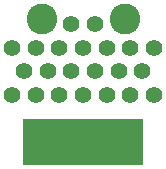
<source format=gbr>
G04 #@! TF.FileFunction,Soldermask,Bot*
%FSLAX46Y46*%
G04 Gerber Fmt 4.6, Leading zero omitted, Abs format (unit mm)*
G04 Created by KiCad (PCBNEW 4.0.7) date 07/03/18 10:56:41*
%MOMM*%
%LPD*%
G01*
G04 APERTURE LIST*
%ADD10C,0.100000*%
%ADD11C,1.400000*%
%ADD12R,0.700000X3.900000*%
%ADD13C,2.600000*%
G04 APERTURE END LIST*
D10*
D11*
X154250000Y-96700000D03*
X152250000Y-96700000D03*
X159250000Y-102700000D03*
X157250000Y-102700000D03*
X155250000Y-102700000D03*
X153250000Y-102700000D03*
X151250000Y-102700000D03*
X149250000Y-102700000D03*
X147250000Y-102700000D03*
X147250000Y-98700000D03*
X148250000Y-100700000D03*
X150250000Y-100700000D03*
X152250000Y-100700000D03*
X154250000Y-100700000D03*
X156250000Y-100700000D03*
X158250000Y-100700000D03*
X149250000Y-98700000D03*
X151250000Y-98700000D03*
X153250000Y-98700000D03*
X155250000Y-98700000D03*
X157250000Y-98700000D03*
X159250000Y-98700000D03*
D12*
X148503640Y-106677400D03*
X149003640Y-106677400D03*
X149503640Y-106677400D03*
X150003640Y-106677400D03*
X150503640Y-106677400D03*
X151003640Y-106677400D03*
X151503640Y-106677400D03*
X152003640Y-106677400D03*
X152503640Y-106677400D03*
X153003640Y-106677400D03*
X153503640Y-106677400D03*
X154003640Y-106677400D03*
X154503640Y-106677400D03*
X155003640Y-106677400D03*
X155503640Y-106677400D03*
X156003640Y-106677400D03*
X156503640Y-106677400D03*
X157003640Y-106677400D03*
X157503640Y-106677400D03*
X158003640Y-106677400D03*
X158003240Y-106677400D03*
X157503240Y-106677400D03*
X157003240Y-106677400D03*
X156503240Y-106677400D03*
X156003240Y-106677400D03*
X155503240Y-106677400D03*
X155003240Y-106677400D03*
X154503240Y-106677400D03*
X154003240Y-106677400D03*
X153503240Y-106677400D03*
X153003240Y-106677400D03*
X152503240Y-106677400D03*
X152003240Y-106677400D03*
X151503240Y-106677400D03*
X151003240Y-106677400D03*
X150503240Y-106677400D03*
X150003240Y-106677400D03*
X149503240Y-106677400D03*
X149003240Y-106677400D03*
X148503240Y-106677400D03*
D13*
X149733000Y-96266000D03*
X156781500Y-96266000D03*
M02*

</source>
